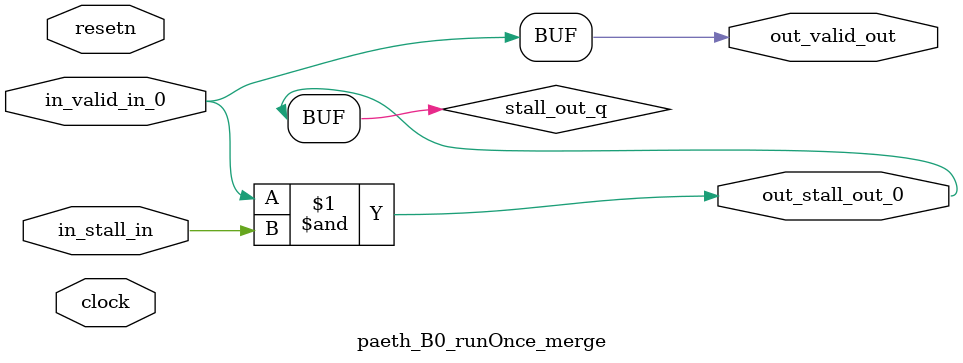
<source format=sv>



(* altera_attribute = "-name AUTO_SHIFT_REGISTER_RECOGNITION OFF; -name MESSAGE_DISABLE 10036; -name MESSAGE_DISABLE 10037; -name MESSAGE_DISABLE 14130; -name MESSAGE_DISABLE 14320; -name MESSAGE_DISABLE 15400; -name MESSAGE_DISABLE 14130; -name MESSAGE_DISABLE 10036; -name MESSAGE_DISABLE 12020; -name MESSAGE_DISABLE 12030; -name MESSAGE_DISABLE 12010; -name MESSAGE_DISABLE 12110; -name MESSAGE_DISABLE 14320; -name MESSAGE_DISABLE 13410; -name MESSAGE_DISABLE 113007; -name MESSAGE_DISABLE 10958" *)
module paeth_B0_runOnce_merge (
    input wire [0:0] in_stall_in,
    input wire [0:0] in_valid_in_0,
    output wire [0:0] out_stall_out_0,
    output wire [0:0] out_valid_out,
    input wire clock,
    input wire resetn
    );

    wire [0:0] stall_out_q;


    // stall_out(LOGICAL,6)
    assign stall_out_q = in_valid_in_0 & in_stall_in;

    // out_stall_out_0(GPOUT,4)
    assign out_stall_out_0 = stall_out_q;

    // out_valid_out(GPOUT,5)
    assign out_valid_out = in_valid_in_0;

endmodule

</source>
